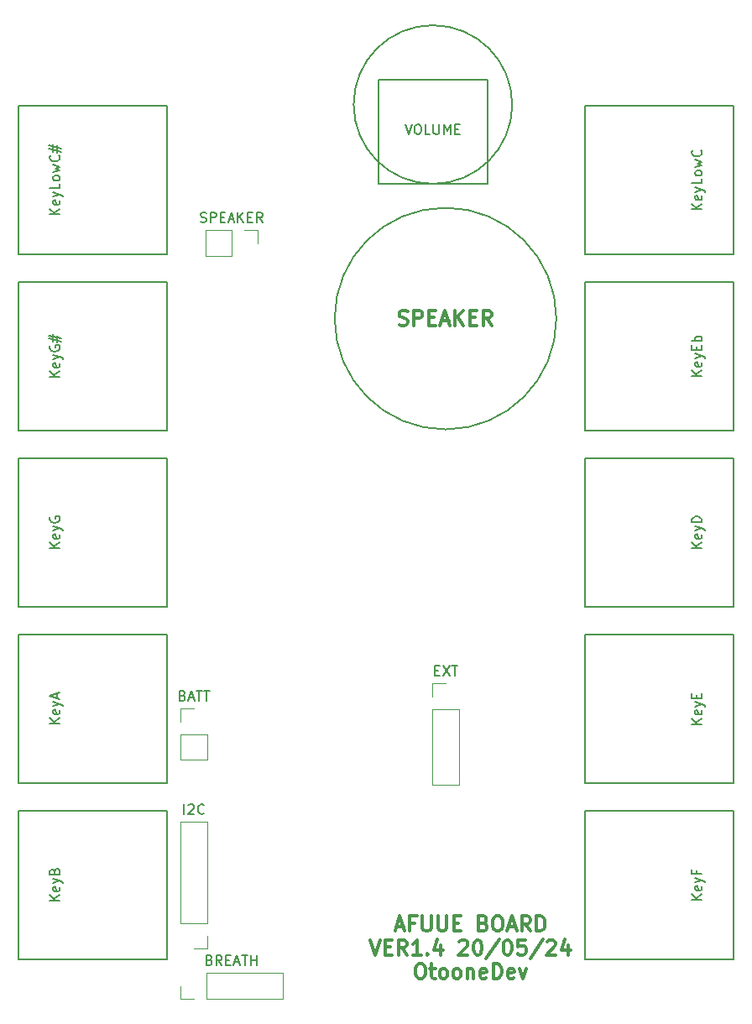
<source format=gto>
G04 #@! TF.FileFunction,Legend,Top*
%FSLAX46Y46*%
G04 Gerber Fmt 4.6, Leading zero omitted, Abs format (unit mm)*
G04 Created by KiCad (PCBNEW 4.0.1-stable) date 2020/05/24 23:31:30*
%MOMM*%
G01*
G04 APERTURE LIST*
%ADD10C,0.100000*%
%ADD11C,0.300000*%
%ADD12C,0.200000*%
%ADD13C,0.150000*%
%ADD14C,0.120000*%
G04 APERTURE END LIST*
D10*
D11*
X150261429Y-84427143D02*
X150475715Y-84498571D01*
X150832858Y-84498571D01*
X150975715Y-84427143D01*
X151047144Y-84355714D01*
X151118572Y-84212857D01*
X151118572Y-84070000D01*
X151047144Y-83927143D01*
X150975715Y-83855714D01*
X150832858Y-83784286D01*
X150547144Y-83712857D01*
X150404286Y-83641429D01*
X150332858Y-83570000D01*
X150261429Y-83427143D01*
X150261429Y-83284286D01*
X150332858Y-83141429D01*
X150404286Y-83070000D01*
X150547144Y-82998571D01*
X150904286Y-82998571D01*
X151118572Y-83070000D01*
X151761429Y-84498571D02*
X151761429Y-82998571D01*
X152332857Y-82998571D01*
X152475715Y-83070000D01*
X152547143Y-83141429D01*
X152618572Y-83284286D01*
X152618572Y-83498571D01*
X152547143Y-83641429D01*
X152475715Y-83712857D01*
X152332857Y-83784286D01*
X151761429Y-83784286D01*
X153261429Y-83712857D02*
X153761429Y-83712857D01*
X153975715Y-84498571D02*
X153261429Y-84498571D01*
X153261429Y-82998571D01*
X153975715Y-82998571D01*
X154547143Y-84070000D02*
X155261429Y-84070000D01*
X154404286Y-84498571D02*
X154904286Y-82998571D01*
X155404286Y-84498571D01*
X155904286Y-84498571D02*
X155904286Y-82998571D01*
X156761429Y-84498571D02*
X156118572Y-83641429D01*
X156761429Y-82998571D02*
X155904286Y-83855714D01*
X157404286Y-83712857D02*
X157904286Y-83712857D01*
X158118572Y-84498571D02*
X157404286Y-84498571D01*
X157404286Y-82998571D01*
X158118572Y-82998571D01*
X159618572Y-84498571D02*
X159118572Y-83784286D01*
X158761429Y-84498571D02*
X158761429Y-82998571D01*
X159332857Y-82998571D01*
X159475715Y-83070000D01*
X159547143Y-83141429D01*
X159618572Y-83284286D01*
X159618572Y-83498571D01*
X159547143Y-83641429D01*
X159475715Y-83712857D01*
X159332857Y-83784286D01*
X158761429Y-83784286D01*
X149980000Y-145170000D02*
X150694286Y-145170000D01*
X149837143Y-145598571D02*
X150337143Y-144098571D01*
X150837143Y-145598571D01*
X151837143Y-144812857D02*
X151337143Y-144812857D01*
X151337143Y-145598571D02*
X151337143Y-144098571D01*
X152051429Y-144098571D01*
X152622857Y-144098571D02*
X152622857Y-145312857D01*
X152694285Y-145455714D01*
X152765714Y-145527143D01*
X152908571Y-145598571D01*
X153194285Y-145598571D01*
X153337143Y-145527143D01*
X153408571Y-145455714D01*
X153480000Y-145312857D01*
X153480000Y-144098571D01*
X154194286Y-144098571D02*
X154194286Y-145312857D01*
X154265714Y-145455714D01*
X154337143Y-145527143D01*
X154480000Y-145598571D01*
X154765714Y-145598571D01*
X154908572Y-145527143D01*
X154980000Y-145455714D01*
X155051429Y-145312857D01*
X155051429Y-144098571D01*
X155765715Y-144812857D02*
X156265715Y-144812857D01*
X156480001Y-145598571D02*
X155765715Y-145598571D01*
X155765715Y-144098571D01*
X156480001Y-144098571D01*
X158765715Y-144812857D02*
X158980001Y-144884286D01*
X159051429Y-144955714D01*
X159122858Y-145098571D01*
X159122858Y-145312857D01*
X159051429Y-145455714D01*
X158980001Y-145527143D01*
X158837143Y-145598571D01*
X158265715Y-145598571D01*
X158265715Y-144098571D01*
X158765715Y-144098571D01*
X158908572Y-144170000D01*
X158980001Y-144241429D01*
X159051429Y-144384286D01*
X159051429Y-144527143D01*
X158980001Y-144670000D01*
X158908572Y-144741429D01*
X158765715Y-144812857D01*
X158265715Y-144812857D01*
X160051429Y-144098571D02*
X160337143Y-144098571D01*
X160480001Y-144170000D01*
X160622858Y-144312857D01*
X160694286Y-144598571D01*
X160694286Y-145098571D01*
X160622858Y-145384286D01*
X160480001Y-145527143D01*
X160337143Y-145598571D01*
X160051429Y-145598571D01*
X159908572Y-145527143D01*
X159765715Y-145384286D01*
X159694286Y-145098571D01*
X159694286Y-144598571D01*
X159765715Y-144312857D01*
X159908572Y-144170000D01*
X160051429Y-144098571D01*
X161265715Y-145170000D02*
X161980001Y-145170000D01*
X161122858Y-145598571D02*
X161622858Y-144098571D01*
X162122858Y-145598571D01*
X163480001Y-145598571D02*
X162980001Y-144884286D01*
X162622858Y-145598571D02*
X162622858Y-144098571D01*
X163194286Y-144098571D01*
X163337144Y-144170000D01*
X163408572Y-144241429D01*
X163480001Y-144384286D01*
X163480001Y-144598571D01*
X163408572Y-144741429D01*
X163337144Y-144812857D01*
X163194286Y-144884286D01*
X162622858Y-144884286D01*
X164122858Y-145598571D02*
X164122858Y-144098571D01*
X164480001Y-144098571D01*
X164694286Y-144170000D01*
X164837144Y-144312857D01*
X164908572Y-144455714D01*
X164980001Y-144741429D01*
X164980001Y-144955714D01*
X164908572Y-145241429D01*
X164837144Y-145384286D01*
X164694286Y-145527143D01*
X164480001Y-145598571D01*
X164122858Y-145598571D01*
X147337144Y-146498571D02*
X147837144Y-147998571D01*
X148337144Y-146498571D01*
X148837144Y-147212857D02*
X149337144Y-147212857D01*
X149551430Y-147998571D02*
X148837144Y-147998571D01*
X148837144Y-146498571D01*
X149551430Y-146498571D01*
X151051430Y-147998571D02*
X150551430Y-147284286D01*
X150194287Y-147998571D02*
X150194287Y-146498571D01*
X150765715Y-146498571D01*
X150908573Y-146570000D01*
X150980001Y-146641429D01*
X151051430Y-146784286D01*
X151051430Y-146998571D01*
X150980001Y-147141429D01*
X150908573Y-147212857D01*
X150765715Y-147284286D01*
X150194287Y-147284286D01*
X152480001Y-147998571D02*
X151622858Y-147998571D01*
X152051430Y-147998571D02*
X152051430Y-146498571D01*
X151908573Y-146712857D01*
X151765715Y-146855714D01*
X151622858Y-146927143D01*
X153122858Y-147855714D02*
X153194286Y-147927143D01*
X153122858Y-147998571D01*
X153051429Y-147927143D01*
X153122858Y-147855714D01*
X153122858Y-147998571D01*
X154480001Y-146998571D02*
X154480001Y-147998571D01*
X154122858Y-146427143D02*
X153765715Y-147498571D01*
X154694287Y-147498571D01*
X156337143Y-146641429D02*
X156408572Y-146570000D01*
X156551429Y-146498571D01*
X156908572Y-146498571D01*
X157051429Y-146570000D01*
X157122858Y-146641429D01*
X157194286Y-146784286D01*
X157194286Y-146927143D01*
X157122858Y-147141429D01*
X156265715Y-147998571D01*
X157194286Y-147998571D01*
X158122857Y-146498571D02*
X158265714Y-146498571D01*
X158408571Y-146570000D01*
X158480000Y-146641429D01*
X158551429Y-146784286D01*
X158622857Y-147070000D01*
X158622857Y-147427143D01*
X158551429Y-147712857D01*
X158480000Y-147855714D01*
X158408571Y-147927143D01*
X158265714Y-147998571D01*
X158122857Y-147998571D01*
X157980000Y-147927143D01*
X157908571Y-147855714D01*
X157837143Y-147712857D01*
X157765714Y-147427143D01*
X157765714Y-147070000D01*
X157837143Y-146784286D01*
X157908571Y-146641429D01*
X157980000Y-146570000D01*
X158122857Y-146498571D01*
X160337142Y-146427143D02*
X159051428Y-148355714D01*
X161122857Y-146498571D02*
X161265714Y-146498571D01*
X161408571Y-146570000D01*
X161480000Y-146641429D01*
X161551429Y-146784286D01*
X161622857Y-147070000D01*
X161622857Y-147427143D01*
X161551429Y-147712857D01*
X161480000Y-147855714D01*
X161408571Y-147927143D01*
X161265714Y-147998571D01*
X161122857Y-147998571D01*
X160980000Y-147927143D01*
X160908571Y-147855714D01*
X160837143Y-147712857D01*
X160765714Y-147427143D01*
X160765714Y-147070000D01*
X160837143Y-146784286D01*
X160908571Y-146641429D01*
X160980000Y-146570000D01*
X161122857Y-146498571D01*
X162980000Y-146498571D02*
X162265714Y-146498571D01*
X162194285Y-147212857D01*
X162265714Y-147141429D01*
X162408571Y-147070000D01*
X162765714Y-147070000D01*
X162908571Y-147141429D01*
X162980000Y-147212857D01*
X163051428Y-147355714D01*
X163051428Y-147712857D01*
X162980000Y-147855714D01*
X162908571Y-147927143D01*
X162765714Y-147998571D01*
X162408571Y-147998571D01*
X162265714Y-147927143D01*
X162194285Y-147855714D01*
X164765713Y-146427143D02*
X163479999Y-148355714D01*
X165194285Y-146641429D02*
X165265714Y-146570000D01*
X165408571Y-146498571D01*
X165765714Y-146498571D01*
X165908571Y-146570000D01*
X165980000Y-146641429D01*
X166051428Y-146784286D01*
X166051428Y-146927143D01*
X165980000Y-147141429D01*
X165122857Y-147998571D01*
X166051428Y-147998571D01*
X167337142Y-146998571D02*
X167337142Y-147998571D01*
X166979999Y-146427143D02*
X166622856Y-147498571D01*
X167551428Y-147498571D01*
X152265714Y-148898571D02*
X152551428Y-148898571D01*
X152694286Y-148970000D01*
X152837143Y-149112857D01*
X152908571Y-149398571D01*
X152908571Y-149898571D01*
X152837143Y-150184286D01*
X152694286Y-150327143D01*
X152551428Y-150398571D01*
X152265714Y-150398571D01*
X152122857Y-150327143D01*
X151980000Y-150184286D01*
X151908571Y-149898571D01*
X151908571Y-149398571D01*
X151980000Y-149112857D01*
X152122857Y-148970000D01*
X152265714Y-148898571D01*
X153337143Y-149398571D02*
X153908572Y-149398571D01*
X153551429Y-148898571D02*
X153551429Y-150184286D01*
X153622857Y-150327143D01*
X153765715Y-150398571D01*
X153908572Y-150398571D01*
X154622858Y-150398571D02*
X154480000Y-150327143D01*
X154408572Y-150255714D01*
X154337143Y-150112857D01*
X154337143Y-149684286D01*
X154408572Y-149541429D01*
X154480000Y-149470000D01*
X154622858Y-149398571D01*
X154837143Y-149398571D01*
X154980000Y-149470000D01*
X155051429Y-149541429D01*
X155122858Y-149684286D01*
X155122858Y-150112857D01*
X155051429Y-150255714D01*
X154980000Y-150327143D01*
X154837143Y-150398571D01*
X154622858Y-150398571D01*
X155980001Y-150398571D02*
X155837143Y-150327143D01*
X155765715Y-150255714D01*
X155694286Y-150112857D01*
X155694286Y-149684286D01*
X155765715Y-149541429D01*
X155837143Y-149470000D01*
X155980001Y-149398571D01*
X156194286Y-149398571D01*
X156337143Y-149470000D01*
X156408572Y-149541429D01*
X156480001Y-149684286D01*
X156480001Y-150112857D01*
X156408572Y-150255714D01*
X156337143Y-150327143D01*
X156194286Y-150398571D01*
X155980001Y-150398571D01*
X157122858Y-149398571D02*
X157122858Y-150398571D01*
X157122858Y-149541429D02*
X157194286Y-149470000D01*
X157337144Y-149398571D01*
X157551429Y-149398571D01*
X157694286Y-149470000D01*
X157765715Y-149612857D01*
X157765715Y-150398571D01*
X159051429Y-150327143D02*
X158908572Y-150398571D01*
X158622858Y-150398571D01*
X158480001Y-150327143D01*
X158408572Y-150184286D01*
X158408572Y-149612857D01*
X158480001Y-149470000D01*
X158622858Y-149398571D01*
X158908572Y-149398571D01*
X159051429Y-149470000D01*
X159122858Y-149612857D01*
X159122858Y-149755714D01*
X158408572Y-149898571D01*
X159765715Y-150398571D02*
X159765715Y-148898571D01*
X160122858Y-148898571D01*
X160337143Y-148970000D01*
X160480001Y-149112857D01*
X160551429Y-149255714D01*
X160622858Y-149541429D01*
X160622858Y-149755714D01*
X160551429Y-150041429D01*
X160480001Y-150184286D01*
X160337143Y-150327143D01*
X160122858Y-150398571D01*
X159765715Y-150398571D01*
X161837143Y-150327143D02*
X161694286Y-150398571D01*
X161408572Y-150398571D01*
X161265715Y-150327143D01*
X161194286Y-150184286D01*
X161194286Y-149612857D01*
X161265715Y-149470000D01*
X161408572Y-149398571D01*
X161694286Y-149398571D01*
X161837143Y-149470000D01*
X161908572Y-149612857D01*
X161908572Y-149755714D01*
X161194286Y-149898571D01*
X162408572Y-149398571D02*
X162765715Y-150398571D01*
X163122857Y-149398571D01*
D12*
X166120340Y-83820000D02*
G75*
G03X166120340Y-83820000I-11180340J0D01*
G01*
D13*
X148170000Y-70230000D02*
X159170000Y-70230000D01*
X159170000Y-70230000D02*
X159170000Y-59730000D01*
X159170000Y-59730000D02*
X148170000Y-59730000D01*
X148170000Y-59730000D02*
X148170000Y-70230000D01*
X161670000Y-62230000D02*
G75*
G03X161670000Y-62230000I-8000000J0D01*
G01*
X126880000Y-62350000D02*
X126880000Y-77350000D01*
X126880000Y-77350000D02*
X111880000Y-77350000D01*
X111880000Y-77350000D02*
X111880000Y-62350000D01*
X111880000Y-62350000D02*
X126880000Y-62350000D01*
D14*
X138490000Y-152460000D02*
X138490000Y-149800000D01*
X130810000Y-152460000D02*
X138490000Y-152460000D01*
X130810000Y-149800000D02*
X138490000Y-149800000D01*
X130810000Y-152460000D02*
X130810000Y-149800000D01*
X129540000Y-152460000D02*
X128210000Y-152460000D01*
X128210000Y-152460000D02*
X128210000Y-151130000D01*
X130750000Y-74870000D02*
X130750000Y-77530000D01*
X133350000Y-74870000D02*
X130750000Y-74870000D01*
X133350000Y-77530000D02*
X130750000Y-77530000D01*
X133350000Y-74870000D02*
X133350000Y-77530000D01*
X134620000Y-74870000D02*
X135950000Y-74870000D01*
X135950000Y-74870000D02*
X135950000Y-76200000D01*
D13*
X126880000Y-80130000D02*
X126880000Y-95130000D01*
X126880000Y-95130000D02*
X111880000Y-95130000D01*
X111880000Y-95130000D02*
X111880000Y-80130000D01*
X111880000Y-80130000D02*
X126880000Y-80130000D01*
X126880000Y-97910000D02*
X126880000Y-112910000D01*
X126880000Y-112910000D02*
X111880000Y-112910000D01*
X111880000Y-112910000D02*
X111880000Y-97910000D01*
X111880000Y-97910000D02*
X126880000Y-97910000D01*
X126880000Y-115690000D02*
X126880000Y-130690000D01*
X126880000Y-130690000D02*
X111880000Y-130690000D01*
X111880000Y-130690000D02*
X111880000Y-115690000D01*
X111880000Y-115690000D02*
X126880000Y-115690000D01*
X126880000Y-133470000D02*
X126880000Y-148470000D01*
X126880000Y-148470000D02*
X111880000Y-148470000D01*
X111880000Y-148470000D02*
X111880000Y-133470000D01*
X111880000Y-133470000D02*
X126880000Y-133470000D01*
X169030000Y-77350000D02*
X169030000Y-62350000D01*
X169030000Y-62350000D02*
X184030000Y-62350000D01*
X184030000Y-62350000D02*
X184030000Y-77350000D01*
X184030000Y-77350000D02*
X169030000Y-77350000D01*
X169030000Y-95130000D02*
X169030000Y-80130000D01*
X169030000Y-80130000D02*
X184030000Y-80130000D01*
X184030000Y-80130000D02*
X184030000Y-95130000D01*
X184030000Y-95130000D02*
X169030000Y-95130000D01*
X169030000Y-112910000D02*
X169030000Y-97910000D01*
X169030000Y-97910000D02*
X184030000Y-97910000D01*
X184030000Y-97910000D02*
X184030000Y-112910000D01*
X184030000Y-112910000D02*
X169030000Y-112910000D01*
X169030000Y-130690000D02*
X169030000Y-115690000D01*
X169030000Y-115690000D02*
X184030000Y-115690000D01*
X184030000Y-115690000D02*
X184030000Y-130690000D01*
X184030000Y-130690000D02*
X169030000Y-130690000D01*
X169030000Y-148470000D02*
X169030000Y-133470000D01*
X169030000Y-133470000D02*
X184030000Y-133470000D01*
X184030000Y-133470000D02*
X184030000Y-148470000D01*
X184030000Y-148470000D02*
X169030000Y-148470000D01*
D14*
X128210000Y-128330000D02*
X130870000Y-128330000D01*
X128210000Y-125730000D02*
X128210000Y-128330000D01*
X130870000Y-125730000D02*
X130870000Y-128330000D01*
X128210000Y-125730000D02*
X130870000Y-125730000D01*
X128210000Y-124460000D02*
X128210000Y-123130000D01*
X128210000Y-123130000D02*
X129540000Y-123130000D01*
X153610000Y-130870000D02*
X156270000Y-130870000D01*
X153610000Y-123190000D02*
X153610000Y-130870000D01*
X156270000Y-123190000D02*
X156270000Y-130870000D01*
X153610000Y-123190000D02*
X156270000Y-123190000D01*
X153610000Y-121920000D02*
X153610000Y-120590000D01*
X153610000Y-120590000D02*
X154940000Y-120590000D01*
X130870000Y-134560000D02*
X128210000Y-134560000D01*
X130870000Y-144780000D02*
X130870000Y-134560000D01*
X128210000Y-144780000D02*
X128210000Y-134560000D01*
X130870000Y-144780000D02*
X128210000Y-144780000D01*
X130870000Y-146050000D02*
X130870000Y-147380000D01*
X130870000Y-147380000D02*
X129540000Y-147380000D01*
D13*
X150860476Y-64222381D02*
X151193809Y-65222381D01*
X151527143Y-64222381D01*
X152050952Y-64222381D02*
X152241429Y-64222381D01*
X152336667Y-64270000D01*
X152431905Y-64365238D01*
X152479524Y-64555714D01*
X152479524Y-64889048D01*
X152431905Y-65079524D01*
X152336667Y-65174762D01*
X152241429Y-65222381D01*
X152050952Y-65222381D01*
X151955714Y-65174762D01*
X151860476Y-65079524D01*
X151812857Y-64889048D01*
X151812857Y-64555714D01*
X151860476Y-64365238D01*
X151955714Y-64270000D01*
X152050952Y-64222381D01*
X153384286Y-65222381D02*
X152908095Y-65222381D01*
X152908095Y-64222381D01*
X153717619Y-64222381D02*
X153717619Y-65031905D01*
X153765238Y-65127143D01*
X153812857Y-65174762D01*
X153908095Y-65222381D01*
X154098572Y-65222381D01*
X154193810Y-65174762D01*
X154241429Y-65127143D01*
X154289048Y-65031905D01*
X154289048Y-64222381D01*
X154765238Y-65222381D02*
X154765238Y-64222381D01*
X155098572Y-64936667D01*
X155431905Y-64222381D01*
X155431905Y-65222381D01*
X155908095Y-64698571D02*
X156241429Y-64698571D01*
X156384286Y-65222381D02*
X155908095Y-65222381D01*
X155908095Y-64222381D01*
X156384286Y-64222381D01*
X116022381Y-73302381D02*
X115022381Y-73302381D01*
X116022381Y-72730952D02*
X115450952Y-73159524D01*
X115022381Y-72730952D02*
X115593810Y-73302381D01*
X115974762Y-71921428D02*
X116022381Y-72016666D01*
X116022381Y-72207143D01*
X115974762Y-72302381D01*
X115879524Y-72350000D01*
X115498571Y-72350000D01*
X115403333Y-72302381D01*
X115355714Y-72207143D01*
X115355714Y-72016666D01*
X115403333Y-71921428D01*
X115498571Y-71873809D01*
X115593810Y-71873809D01*
X115689048Y-72350000D01*
X115355714Y-71540476D02*
X116022381Y-71302381D01*
X115355714Y-71064285D02*
X116022381Y-71302381D01*
X116260476Y-71397619D01*
X116308095Y-71445238D01*
X116355714Y-71540476D01*
X116022381Y-70207142D02*
X116022381Y-70683333D01*
X115022381Y-70683333D01*
X116022381Y-69730952D02*
X115974762Y-69826190D01*
X115927143Y-69873809D01*
X115831905Y-69921428D01*
X115546190Y-69921428D01*
X115450952Y-69873809D01*
X115403333Y-69826190D01*
X115355714Y-69730952D01*
X115355714Y-69588094D01*
X115403333Y-69492856D01*
X115450952Y-69445237D01*
X115546190Y-69397618D01*
X115831905Y-69397618D01*
X115927143Y-69445237D01*
X115974762Y-69492856D01*
X116022381Y-69588094D01*
X116022381Y-69730952D01*
X115355714Y-69064285D02*
X116022381Y-68873809D01*
X115546190Y-68683332D01*
X116022381Y-68492856D01*
X115355714Y-68302380D01*
X115927143Y-67349999D02*
X115974762Y-67397618D01*
X116022381Y-67540475D01*
X116022381Y-67635713D01*
X115974762Y-67778571D01*
X115879524Y-67873809D01*
X115784286Y-67921428D01*
X115593810Y-67969047D01*
X115450952Y-67969047D01*
X115260476Y-67921428D01*
X115165238Y-67873809D01*
X115070000Y-67778571D01*
X115022381Y-67635713D01*
X115022381Y-67540475D01*
X115070000Y-67397618D01*
X115117619Y-67349999D01*
X115355714Y-66969047D02*
X115355714Y-66254761D01*
X114927143Y-66683333D02*
X116212857Y-66969047D01*
X115784286Y-66349999D02*
X115784286Y-67064285D01*
X116212857Y-66635713D02*
X114927143Y-66349999D01*
X131135715Y-148518571D02*
X131278572Y-148566190D01*
X131326191Y-148613810D01*
X131373810Y-148709048D01*
X131373810Y-148851905D01*
X131326191Y-148947143D01*
X131278572Y-148994762D01*
X131183334Y-149042381D01*
X130802381Y-149042381D01*
X130802381Y-148042381D01*
X131135715Y-148042381D01*
X131230953Y-148090000D01*
X131278572Y-148137619D01*
X131326191Y-148232857D01*
X131326191Y-148328095D01*
X131278572Y-148423333D01*
X131230953Y-148470952D01*
X131135715Y-148518571D01*
X130802381Y-148518571D01*
X132373810Y-149042381D02*
X132040476Y-148566190D01*
X131802381Y-149042381D02*
X131802381Y-148042381D01*
X132183334Y-148042381D01*
X132278572Y-148090000D01*
X132326191Y-148137619D01*
X132373810Y-148232857D01*
X132373810Y-148375714D01*
X132326191Y-148470952D01*
X132278572Y-148518571D01*
X132183334Y-148566190D01*
X131802381Y-148566190D01*
X132802381Y-148518571D02*
X133135715Y-148518571D01*
X133278572Y-149042381D02*
X132802381Y-149042381D01*
X132802381Y-148042381D01*
X133278572Y-148042381D01*
X133659524Y-148756667D02*
X134135715Y-148756667D01*
X133564286Y-149042381D02*
X133897619Y-148042381D01*
X134230953Y-149042381D01*
X134421429Y-148042381D02*
X134992858Y-148042381D01*
X134707143Y-149042381D02*
X134707143Y-148042381D01*
X135326191Y-149042381D02*
X135326191Y-148042381D01*
X135326191Y-148518571D02*
X135897620Y-148518571D01*
X135897620Y-149042381D02*
X135897620Y-148042381D01*
X130230952Y-74064762D02*
X130373809Y-74112381D01*
X130611905Y-74112381D01*
X130707143Y-74064762D01*
X130754762Y-74017143D01*
X130802381Y-73921905D01*
X130802381Y-73826667D01*
X130754762Y-73731429D01*
X130707143Y-73683810D01*
X130611905Y-73636190D01*
X130421428Y-73588571D01*
X130326190Y-73540952D01*
X130278571Y-73493333D01*
X130230952Y-73398095D01*
X130230952Y-73302857D01*
X130278571Y-73207619D01*
X130326190Y-73160000D01*
X130421428Y-73112381D01*
X130659524Y-73112381D01*
X130802381Y-73160000D01*
X131230952Y-74112381D02*
X131230952Y-73112381D01*
X131611905Y-73112381D01*
X131707143Y-73160000D01*
X131754762Y-73207619D01*
X131802381Y-73302857D01*
X131802381Y-73445714D01*
X131754762Y-73540952D01*
X131707143Y-73588571D01*
X131611905Y-73636190D01*
X131230952Y-73636190D01*
X132230952Y-73588571D02*
X132564286Y-73588571D01*
X132707143Y-74112381D02*
X132230952Y-74112381D01*
X132230952Y-73112381D01*
X132707143Y-73112381D01*
X133088095Y-73826667D02*
X133564286Y-73826667D01*
X132992857Y-74112381D02*
X133326190Y-73112381D01*
X133659524Y-74112381D01*
X133992857Y-74112381D02*
X133992857Y-73112381D01*
X134564286Y-74112381D02*
X134135714Y-73540952D01*
X134564286Y-73112381D02*
X133992857Y-73683810D01*
X134992857Y-73588571D02*
X135326191Y-73588571D01*
X135469048Y-74112381D02*
X134992857Y-74112381D01*
X134992857Y-73112381D01*
X135469048Y-73112381D01*
X136469048Y-74112381D02*
X136135714Y-73636190D01*
X135897619Y-74112381D02*
X135897619Y-73112381D01*
X136278572Y-73112381D01*
X136373810Y-73160000D01*
X136421429Y-73207619D01*
X136469048Y-73302857D01*
X136469048Y-73445714D01*
X136421429Y-73540952D01*
X136373810Y-73588571D01*
X136278572Y-73636190D01*
X135897619Y-73636190D01*
X116022381Y-89701429D02*
X115022381Y-89701429D01*
X116022381Y-89130000D02*
X115450952Y-89558572D01*
X115022381Y-89130000D02*
X115593810Y-89701429D01*
X115974762Y-88320476D02*
X116022381Y-88415714D01*
X116022381Y-88606191D01*
X115974762Y-88701429D01*
X115879524Y-88749048D01*
X115498571Y-88749048D01*
X115403333Y-88701429D01*
X115355714Y-88606191D01*
X115355714Y-88415714D01*
X115403333Y-88320476D01*
X115498571Y-88272857D01*
X115593810Y-88272857D01*
X115689048Y-88749048D01*
X115355714Y-87939524D02*
X116022381Y-87701429D01*
X115355714Y-87463333D02*
X116022381Y-87701429D01*
X116260476Y-87796667D01*
X116308095Y-87844286D01*
X116355714Y-87939524D01*
X115070000Y-86558571D02*
X115022381Y-86653809D01*
X115022381Y-86796666D01*
X115070000Y-86939524D01*
X115165238Y-87034762D01*
X115260476Y-87082381D01*
X115450952Y-87130000D01*
X115593810Y-87130000D01*
X115784286Y-87082381D01*
X115879524Y-87034762D01*
X115974762Y-86939524D01*
X116022381Y-86796666D01*
X116022381Y-86701428D01*
X115974762Y-86558571D01*
X115927143Y-86510952D01*
X115593810Y-86510952D01*
X115593810Y-86701428D01*
X115355714Y-86130000D02*
X115355714Y-85415714D01*
X114927143Y-85844286D02*
X116212857Y-86130000D01*
X115784286Y-85510952D02*
X115784286Y-86225238D01*
X116212857Y-85796666D02*
X114927143Y-85510952D01*
X116022381Y-106981429D02*
X115022381Y-106981429D01*
X116022381Y-106410000D02*
X115450952Y-106838572D01*
X115022381Y-106410000D02*
X115593810Y-106981429D01*
X115974762Y-105600476D02*
X116022381Y-105695714D01*
X116022381Y-105886191D01*
X115974762Y-105981429D01*
X115879524Y-106029048D01*
X115498571Y-106029048D01*
X115403333Y-105981429D01*
X115355714Y-105886191D01*
X115355714Y-105695714D01*
X115403333Y-105600476D01*
X115498571Y-105552857D01*
X115593810Y-105552857D01*
X115689048Y-106029048D01*
X115355714Y-105219524D02*
X116022381Y-104981429D01*
X115355714Y-104743333D02*
X116022381Y-104981429D01*
X116260476Y-105076667D01*
X116308095Y-105124286D01*
X116355714Y-105219524D01*
X115070000Y-103838571D02*
X115022381Y-103933809D01*
X115022381Y-104076666D01*
X115070000Y-104219524D01*
X115165238Y-104314762D01*
X115260476Y-104362381D01*
X115450952Y-104410000D01*
X115593810Y-104410000D01*
X115784286Y-104362381D01*
X115879524Y-104314762D01*
X115974762Y-104219524D01*
X116022381Y-104076666D01*
X116022381Y-103981428D01*
X115974762Y-103838571D01*
X115927143Y-103790952D01*
X115593810Y-103790952D01*
X115593810Y-103981428D01*
X116022381Y-124690000D02*
X115022381Y-124690000D01*
X116022381Y-124118571D02*
X115450952Y-124547143D01*
X115022381Y-124118571D02*
X115593810Y-124690000D01*
X115974762Y-123309047D02*
X116022381Y-123404285D01*
X116022381Y-123594762D01*
X115974762Y-123690000D01*
X115879524Y-123737619D01*
X115498571Y-123737619D01*
X115403333Y-123690000D01*
X115355714Y-123594762D01*
X115355714Y-123404285D01*
X115403333Y-123309047D01*
X115498571Y-123261428D01*
X115593810Y-123261428D01*
X115689048Y-123737619D01*
X115355714Y-122928095D02*
X116022381Y-122690000D01*
X115355714Y-122451904D02*
X116022381Y-122690000D01*
X116260476Y-122785238D01*
X116308095Y-122832857D01*
X116355714Y-122928095D01*
X115736667Y-122118571D02*
X115736667Y-121642380D01*
X116022381Y-122213809D02*
X115022381Y-121880476D01*
X116022381Y-121547142D01*
X116022381Y-142541429D02*
X115022381Y-142541429D01*
X116022381Y-141970000D02*
X115450952Y-142398572D01*
X115022381Y-141970000D02*
X115593810Y-142541429D01*
X115974762Y-141160476D02*
X116022381Y-141255714D01*
X116022381Y-141446191D01*
X115974762Y-141541429D01*
X115879524Y-141589048D01*
X115498571Y-141589048D01*
X115403333Y-141541429D01*
X115355714Y-141446191D01*
X115355714Y-141255714D01*
X115403333Y-141160476D01*
X115498571Y-141112857D01*
X115593810Y-141112857D01*
X115689048Y-141589048D01*
X115355714Y-140779524D02*
X116022381Y-140541429D01*
X115355714Y-140303333D02*
X116022381Y-140541429D01*
X116260476Y-140636667D01*
X116308095Y-140684286D01*
X116355714Y-140779524D01*
X115498571Y-139589047D02*
X115546190Y-139446190D01*
X115593810Y-139398571D01*
X115689048Y-139350952D01*
X115831905Y-139350952D01*
X115927143Y-139398571D01*
X115974762Y-139446190D01*
X116022381Y-139541428D01*
X116022381Y-139922381D01*
X115022381Y-139922381D01*
X115022381Y-139589047D01*
X115070000Y-139493809D01*
X115117619Y-139446190D01*
X115212857Y-139398571D01*
X115308095Y-139398571D01*
X115403333Y-139446190D01*
X115450952Y-139493809D01*
X115498571Y-139589047D01*
X115498571Y-139922381D01*
X180792381Y-72802381D02*
X179792381Y-72802381D01*
X180792381Y-72230952D02*
X180220952Y-72659524D01*
X179792381Y-72230952D02*
X180363810Y-72802381D01*
X180744762Y-71421428D02*
X180792381Y-71516666D01*
X180792381Y-71707143D01*
X180744762Y-71802381D01*
X180649524Y-71850000D01*
X180268571Y-71850000D01*
X180173333Y-71802381D01*
X180125714Y-71707143D01*
X180125714Y-71516666D01*
X180173333Y-71421428D01*
X180268571Y-71373809D01*
X180363810Y-71373809D01*
X180459048Y-71850000D01*
X180125714Y-71040476D02*
X180792381Y-70802381D01*
X180125714Y-70564285D02*
X180792381Y-70802381D01*
X181030476Y-70897619D01*
X181078095Y-70945238D01*
X181125714Y-71040476D01*
X180792381Y-69707142D02*
X180792381Y-70183333D01*
X179792381Y-70183333D01*
X180792381Y-69230952D02*
X180744762Y-69326190D01*
X180697143Y-69373809D01*
X180601905Y-69421428D01*
X180316190Y-69421428D01*
X180220952Y-69373809D01*
X180173333Y-69326190D01*
X180125714Y-69230952D01*
X180125714Y-69088094D01*
X180173333Y-68992856D01*
X180220952Y-68945237D01*
X180316190Y-68897618D01*
X180601905Y-68897618D01*
X180697143Y-68945237D01*
X180744762Y-68992856D01*
X180792381Y-69088094D01*
X180792381Y-69230952D01*
X180125714Y-68564285D02*
X180792381Y-68373809D01*
X180316190Y-68183332D01*
X180792381Y-67992856D01*
X180125714Y-67802380D01*
X180697143Y-66849999D02*
X180744762Y-66897618D01*
X180792381Y-67040475D01*
X180792381Y-67135713D01*
X180744762Y-67278571D01*
X180649524Y-67373809D01*
X180554286Y-67421428D01*
X180363810Y-67469047D01*
X180220952Y-67469047D01*
X180030476Y-67421428D01*
X179935238Y-67373809D01*
X179840000Y-67278571D01*
X179792381Y-67135713D01*
X179792381Y-67040475D01*
X179840000Y-66897618D01*
X179887619Y-66849999D01*
X180792381Y-89606191D02*
X179792381Y-89606191D01*
X180792381Y-89034762D02*
X180220952Y-89463334D01*
X179792381Y-89034762D02*
X180363810Y-89606191D01*
X180744762Y-88225238D02*
X180792381Y-88320476D01*
X180792381Y-88510953D01*
X180744762Y-88606191D01*
X180649524Y-88653810D01*
X180268571Y-88653810D01*
X180173333Y-88606191D01*
X180125714Y-88510953D01*
X180125714Y-88320476D01*
X180173333Y-88225238D01*
X180268571Y-88177619D01*
X180363810Y-88177619D01*
X180459048Y-88653810D01*
X180125714Y-87844286D02*
X180792381Y-87606191D01*
X180125714Y-87368095D02*
X180792381Y-87606191D01*
X181030476Y-87701429D01*
X181078095Y-87749048D01*
X181125714Y-87844286D01*
X180268571Y-86987143D02*
X180268571Y-86653809D01*
X180792381Y-86510952D02*
X180792381Y-86987143D01*
X179792381Y-86987143D01*
X179792381Y-86510952D01*
X180792381Y-86082381D02*
X179792381Y-86082381D01*
X180173333Y-86082381D02*
X180125714Y-85987143D01*
X180125714Y-85796666D01*
X180173333Y-85701428D01*
X180220952Y-85653809D01*
X180316190Y-85606190D01*
X180601905Y-85606190D01*
X180697143Y-85653809D01*
X180744762Y-85701428D01*
X180792381Y-85796666D01*
X180792381Y-85987143D01*
X180744762Y-86082381D01*
X180792381Y-106981429D02*
X179792381Y-106981429D01*
X180792381Y-106410000D02*
X180220952Y-106838572D01*
X179792381Y-106410000D02*
X180363810Y-106981429D01*
X180744762Y-105600476D02*
X180792381Y-105695714D01*
X180792381Y-105886191D01*
X180744762Y-105981429D01*
X180649524Y-106029048D01*
X180268571Y-106029048D01*
X180173333Y-105981429D01*
X180125714Y-105886191D01*
X180125714Y-105695714D01*
X180173333Y-105600476D01*
X180268571Y-105552857D01*
X180363810Y-105552857D01*
X180459048Y-106029048D01*
X180125714Y-105219524D02*
X180792381Y-104981429D01*
X180125714Y-104743333D02*
X180792381Y-104981429D01*
X181030476Y-105076667D01*
X181078095Y-105124286D01*
X181125714Y-105219524D01*
X180792381Y-104362381D02*
X179792381Y-104362381D01*
X179792381Y-104124286D01*
X179840000Y-103981428D01*
X179935238Y-103886190D01*
X180030476Y-103838571D01*
X180220952Y-103790952D01*
X180363810Y-103790952D01*
X180554286Y-103838571D01*
X180649524Y-103886190D01*
X180744762Y-103981428D01*
X180792381Y-104124286D01*
X180792381Y-104362381D01*
X180792381Y-124713810D02*
X179792381Y-124713810D01*
X180792381Y-124142381D02*
X180220952Y-124570953D01*
X179792381Y-124142381D02*
X180363810Y-124713810D01*
X180744762Y-123332857D02*
X180792381Y-123428095D01*
X180792381Y-123618572D01*
X180744762Y-123713810D01*
X180649524Y-123761429D01*
X180268571Y-123761429D01*
X180173333Y-123713810D01*
X180125714Y-123618572D01*
X180125714Y-123428095D01*
X180173333Y-123332857D01*
X180268571Y-123285238D01*
X180363810Y-123285238D01*
X180459048Y-123761429D01*
X180125714Y-122951905D02*
X180792381Y-122713810D01*
X180125714Y-122475714D02*
X180792381Y-122713810D01*
X181030476Y-122809048D01*
X181078095Y-122856667D01*
X181125714Y-122951905D01*
X180268571Y-122094762D02*
X180268571Y-121761428D01*
X180792381Y-121618571D02*
X180792381Y-122094762D01*
X179792381Y-122094762D01*
X179792381Y-121618571D01*
X180792381Y-142470000D02*
X179792381Y-142470000D01*
X180792381Y-141898571D02*
X180220952Y-142327143D01*
X179792381Y-141898571D02*
X180363810Y-142470000D01*
X180744762Y-141089047D02*
X180792381Y-141184285D01*
X180792381Y-141374762D01*
X180744762Y-141470000D01*
X180649524Y-141517619D01*
X180268571Y-141517619D01*
X180173333Y-141470000D01*
X180125714Y-141374762D01*
X180125714Y-141184285D01*
X180173333Y-141089047D01*
X180268571Y-141041428D01*
X180363810Y-141041428D01*
X180459048Y-141517619D01*
X180125714Y-140708095D02*
X180792381Y-140470000D01*
X180125714Y-140231904D02*
X180792381Y-140470000D01*
X181030476Y-140565238D01*
X181078095Y-140612857D01*
X181125714Y-140708095D01*
X180268571Y-139517618D02*
X180268571Y-139850952D01*
X180792381Y-139850952D02*
X179792381Y-139850952D01*
X179792381Y-139374761D01*
X128420953Y-121848571D02*
X128563810Y-121896190D01*
X128611429Y-121943810D01*
X128659048Y-122039048D01*
X128659048Y-122181905D01*
X128611429Y-122277143D01*
X128563810Y-122324762D01*
X128468572Y-122372381D01*
X128087619Y-122372381D01*
X128087619Y-121372381D01*
X128420953Y-121372381D01*
X128516191Y-121420000D01*
X128563810Y-121467619D01*
X128611429Y-121562857D01*
X128611429Y-121658095D01*
X128563810Y-121753333D01*
X128516191Y-121800952D01*
X128420953Y-121848571D01*
X128087619Y-121848571D01*
X129040000Y-122086667D02*
X129516191Y-122086667D01*
X128944762Y-122372381D02*
X129278095Y-121372381D01*
X129611429Y-122372381D01*
X129801905Y-121372381D02*
X130373334Y-121372381D01*
X130087619Y-122372381D02*
X130087619Y-121372381D01*
X130563810Y-121372381D02*
X131135239Y-121372381D01*
X130849524Y-122372381D02*
X130849524Y-121372381D01*
X153868571Y-119308571D02*
X154201905Y-119308571D01*
X154344762Y-119832381D02*
X153868571Y-119832381D01*
X153868571Y-118832381D01*
X154344762Y-118832381D01*
X154678095Y-118832381D02*
X155344762Y-119832381D01*
X155344762Y-118832381D02*
X154678095Y-119832381D01*
X155582857Y-118832381D02*
X156154286Y-118832381D01*
X155868571Y-119832381D02*
X155868571Y-118832381D01*
X128563810Y-133802381D02*
X128563810Y-132802381D01*
X128992381Y-132897619D02*
X129040000Y-132850000D01*
X129135238Y-132802381D01*
X129373334Y-132802381D01*
X129468572Y-132850000D01*
X129516191Y-132897619D01*
X129563810Y-132992857D01*
X129563810Y-133088095D01*
X129516191Y-133230952D01*
X128944762Y-133802381D01*
X129563810Y-133802381D01*
X130563810Y-133707143D02*
X130516191Y-133754762D01*
X130373334Y-133802381D01*
X130278096Y-133802381D01*
X130135238Y-133754762D01*
X130040000Y-133659524D01*
X129992381Y-133564286D01*
X129944762Y-133373810D01*
X129944762Y-133230952D01*
X129992381Y-133040476D01*
X130040000Y-132945238D01*
X130135238Y-132850000D01*
X130278096Y-132802381D01*
X130373334Y-132802381D01*
X130516191Y-132850000D01*
X130563810Y-132897619D01*
M02*

</source>
